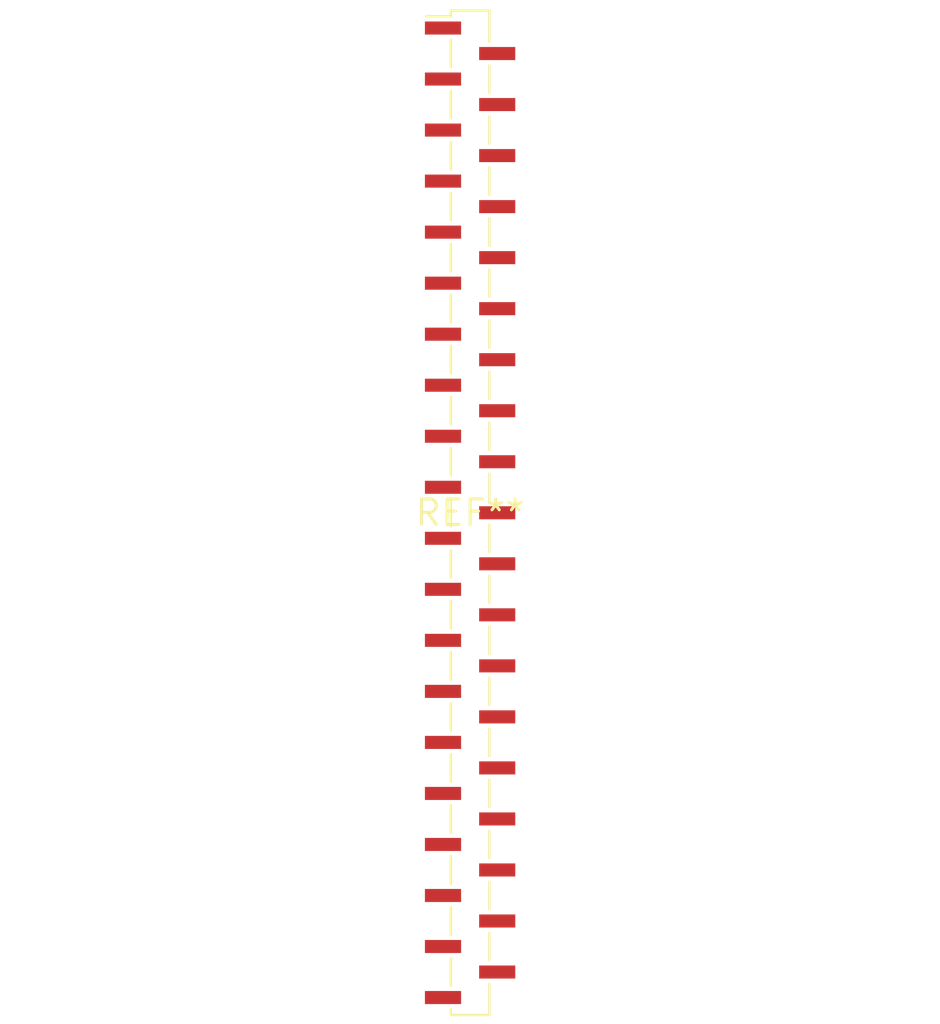
<source format=kicad_pcb>
(kicad_pcb (version 20240108) (generator pcbnew)
  (layers (0 "F.Cu" signal) (31 "B.Cu" signal) (34 "B.Paste" user) (35 "F.Paste" user) (36 "B.SilkS" user "B.Silkscreen") (37 "F.SilkS" user "F.Silkscreen") (38 "B.Mask" user) (39 "F.Mask" user) (44 "Edge.Cuts" user))
  (net 0 "")
  (footprint "PinSocket_1x39_P1.27mm_Vertical_SMD_Pin1Left" (layer "F.Cu") (at 0 0)
    (property "Reference" "REF**")
    (property "Value" "PinSocket_1x39_P1.27mm_Vertical_SMD_Pin1Left")
    (fp_line (start -2.19 -24.715) (end -0.96 -24.715) (layer "F.SilkS") (stroke (width 0.12)))
    (fp_line (start -0.96 -25) (end -0.96 -24.715) (layer "F.SilkS") (stroke (width 0.12)))
    (fp_line (start -0.96 -25) (end 0.96 -25) (layer "F.SilkS") (stroke (width 0.12)))
    (fp_line (start -0.96 -23.545) (end -0.96 -22.175) (layer "F.SilkS") (stroke (width 0.12)))
    (fp_line (start -0.96 -21.005) (end -0.96 -19.635) (layer "F.SilkS") (stroke (width 0.12)))
    (fp_line (start -0.96 -18.465) (end -0.96 -17.095) (layer "F.SilkS") (stroke (width 0.12)))
    (fp_line (start -0.96 -15.925) (end -0.96 -14.555) (layer "F.SilkS") (stroke (width 0.12)))
    (fp_line (start -0.96 -13.385) (end -0.96 -12.015) (layer "F.SilkS") (stroke (width 0.12)))
    (fp_line (start -0.96 -10.845) (end -0.96 -9.475) (layer "F.SilkS") (stroke (width 0.12)))
    (fp_line (start -0.96 -8.305) (end -0.96 -6.935) (layer "F.SilkS") (stroke (width 0.12)))
    (fp_line (start -0.96 -5.765) (end -0.96 -4.395) (layer "F.SilkS") (stroke (width 0.12)))
    (fp_line (start -0.96 -3.225) (end -0.96 -1.855) (layer "F.SilkS") (stroke (width 0.12)))
    (fp_line (start -0.96 -0.685) (end -0.96 0.685) (layer "F.SilkS") (stroke (width 0.12)))
    (fp_line (start -0.96 1.855) (end -0.96 3.225) (layer "F.SilkS") (stroke (width 0.12)))
    (fp_line (start -0.96 4.395) (end -0.96 5.765) (layer "F.SilkS") (stroke (width 0.12)))
    (fp_line (start -0.96 6.935) (end -0.96 8.305) (layer "F.SilkS") (stroke (width 0.12)))
    (fp_line (start -0.96 9.475) (end -0.96 10.845) (layer "F.SilkS") (stroke (width 0.12)))
    (fp_line (start -0.96 12.015) (end -0.96 13.385) (layer "F.SilkS") (stroke (width 0.12)))
    (fp_line (start -0.96 14.555) (end -0.96 15.925) (layer "F.SilkS") (stroke (width 0.12)))
    (fp_line (start -0.96 17.095) (end -0.96 18.465) (layer "F.SilkS") (stroke (width 0.12)))
    (fp_line (start -0.96 19.635) (end -0.96 21.005) (layer "F.SilkS") (stroke (width 0.12)))
    (fp_line (start -0.96 22.175) (end -0.96 23.545) (layer "F.SilkS") (stroke (width 0.12)))
    (fp_line (start -0.96 24.715) (end -0.96 25) (layer "F.SilkS") (stroke (width 0.12)))
    (fp_line (start -0.96 25) (end 0.96 25) (layer "F.SilkS") (stroke (width 0.12)))
    (fp_line (start 0.96 -25) (end 0.96 -23.445) (layer "F.SilkS") (stroke (width 0.12)))
    (fp_line (start 0.96 -22.275) (end 0.96 -20.905) (layer "F.SilkS") (stroke (width 0.12)))
    (fp_line (start 0.96 -19.735) (end 0.96 -18.365) (layer "F.SilkS") (stroke (width 0.12)))
    (fp_line (start 0.96 -17.195) (end 0.96 -15.825) (layer "F.SilkS") (stroke (width 0.12)))
    (fp_line (start 0.96 -14.655) (end 0.96 -13.285) (layer "F.SilkS") (stroke (width 0.12)))
    (fp_line (start 0.96 -12.115) (end 0.96 -10.745) (layer "F.SilkS") (stroke (width 0.12)))
    (fp_line (start 0.96 -9.575) (end 0.96 -8.205) (layer "F.SilkS") (stroke (width 0.12)))
    (fp_line (start 0.96 -7.035) (end 0.96 -5.665) (layer "F.SilkS") (stroke (width 0.12)))
    (fp_line (start 0.96 -4.495) (end 0.96 -3.125) (layer "F.SilkS") (stroke (width 0.12)))
    (fp_line (start 0.96 -1.955) (end 0.96 -0.585) (layer "F.SilkS") (stroke (width 0.12)))
    (fp_line (start 0.96 0.585) (end 0.96 1.955) (layer "F.SilkS") (stroke (width 0.12)))
    (fp_line (start 0.96 3.125) (end 0.96 4.495) (layer "F.SilkS") (stroke (width 0.12)))
    (fp_line (start 0.96 5.665) (end 0.96 7.035) (layer "F.SilkS") (stroke (width 0.12)))
    (fp_line (start 0.96 8.205) (end 0.96 9.575) (layer "F.SilkS") (stroke (width 0.12)))
    (fp_line (start 0.96 10.745) (end 0.96 12.115) (layer "F.SilkS") (stroke (width 0.12)))
    (fp_line (start 0.96 13.285) (end 0.96 14.655) (layer "F.SilkS") (stroke (width 0.12)))
    (fp_line (start 0.96 15.825) (end 0.96 17.195) (layer "F.SilkS") (stroke (width 0.12)))
    (fp_line (start 0.96 18.365) (end 0.96 19.735) (layer "F.SilkS") (stroke (width 0.12)))
    (fp_line (start 0.96 20.905) (end 0.96 22.275) (layer "F.SilkS") (stroke (width 0.12)))
    (fp_line (start 0.96 23.445) (end 0.96 25) (layer "F.SilkS") (stroke (width 0.12)))
    (pad "1" smd rect (at -1.35 -24.13) (size 1.8 0.65) (layers "F.Cu" "F.Paste" "F.Mask"))
    (pad "2" smd rect (at 1.35 -22.86) (size 1.8 0.65) (layers "F.Cu" "F.Paste" "F.Mask"))
    (pad "3" smd rect (at -1.35 -21.59) (size 1.8 0.65) (layers "F.Cu" "F.Paste" "F.Mask"))
    (pad "4" smd rect (at 1.35 -20.32) (size 1.8 0.65) (layers "F.Cu" "F.Paste" "F.Mask"))
    (pad "5" smd rect (at -1.35 -19.05) (size 1.8 0.65) (layers "F.Cu" "F.Paste" "F.Mask"))
    (pad "6" smd rect (at 1.35 -17.78) (size 1.8 0.65) (layers "F.Cu" "F.Paste" "F.Mask"))
    (pad "7" smd rect (at -1.35 -16.51) (size 1.8 0.65) (layers "F.Cu" "F.Paste" "F.Mask"))
    (pad "8" smd rect (at 1.35 -15.24) (size 1.8 0.65) (layers "F.Cu" "F.Paste" "F.Mask"))
    (pad "9" smd rect (at -1.35 -13.97) (size 1.8 0.65) (layers "F.Cu" "F.Paste" "F.Mask"))
    (pad "10" smd rect (at 1.35 -12.7) (size 1.8 0.65) (layers "F.Cu" "F.Paste" "F.Mask"))
    (pad "11" smd rect (at -1.35 -11.43) (size 1.8 0.65) (layers "F.Cu" "F.Paste" "F.Mask"))
    (pad "12" smd rect (at 1.35 -10.16) (size 1.8 0.65) (layers "F.Cu" "F.Paste" "F.Mask"))
    (pad "13" smd rect (at -1.35 -8.89) (size 1.8 0.65) (layers "F.Cu" "F.Paste" "F.Mask"))
    (pad "14" smd rect (at 1.35 -7.62) (size 1.8 0.65) (layers "F.Cu" "F.Paste" "F.Mask"))
    (pad "15" smd rect (at -1.35 -6.35) (size 1.8 0.65) (layers "F.Cu" "F.Paste" "F.Mask"))
    (pad "16" smd rect (at 1.35 -5.08) (size 1.8 0.65) (layers "F.Cu" "F.Paste" "F.Mask"))
    (pad "17" smd rect (at -1.35 -3.81) (size 1.8 0.65) (layers "F.Cu" "F.Paste" "F.Mask"))
    (pad "18" smd rect (at 1.35 -2.54) (size 1.8 0.65) (layers "F.Cu" "F.Paste" "F.Mask"))
    (pad "19" smd rect (at -1.35 -1.27) (size 1.8 0.65) (layers "F.Cu" "F.Paste" "F.Mask"))
    (pad "20" smd rect (at 1.35 0) (size 1.8 0.65) (layers "F.Cu" "F.Paste" "F.Mask"))
    (pad "21" smd rect (at -1.35 1.27) (size 1.8 0.65) (layers "F.Cu" "F.Paste" "F.Mask"))
    (pad "22" smd rect (at 1.35 2.54) (size 1.8 0.65) (layers "F.Cu" "F.Paste" "F.Mask"))
    (pad "23" smd rect (at -1.35 3.81) (size 1.8 0.65) (layers "F.Cu" "F.Paste" "F.Mask"))
    (pad "24" smd rect (at 1.35 5.08) (size 1.8 0.65) (layers "F.Cu" "F.Paste" "F.Mask"))
    (pad "25" smd rect (at -1.35 6.35) (size 1.8 0.65) (layers "F.Cu" "F.Paste" "F.Mask"))
    (pad "26" smd rect (at 1.35 7.62) (size 1.8 0.65) (layers "F.Cu" "F.Paste" "F.Mask"))
    (pad "27" smd rect (at -1.35 8.89) (size 1.8 0.65) (layers "F.Cu" "F.Paste" "F.Mask"))
    (pad "28" smd rect (at 1.35 10.16) (size 1.8 0.65) (layers "F.Cu" "F.Paste" "F.Mask"))
    (pad "29" smd rect (at -1.35 11.43) (size 1.8 0.65) (layers "F.Cu" "F.Paste" "F.Mask"))
    (pad "30" smd rect (at 1.35 12.7) (size 1.8 0.65) (layers "F.Cu" "F.Paste" "F.Mask"))
    (pad "31" smd rect (at -1.35 13.97) (size 1.8 0.65) (layers "F.Cu" "F.Paste" "F.Mask"))
    (pad "32" smd rect (at 1.35 15.24) (size 1.8 0.65) (layers "F.Cu" "F.Paste" "F.Mask"))
    (pad "33" smd rect (at -1.35 16.51) (size 1.8 0.65) (layers "F.Cu" "F.Paste" "F.Mask"))
    (pad "34" smd rect (at 1.35 17.78) (size 1.8 0.65) (layers "F.Cu" "F.Paste" "F.Mask"))
    (pad "35" smd rect (at -1.35 19.05) (size 1.8 0.65) (layers "F.Cu" "F.Paste" "F.Mask"))
    (pad "36" smd rect (at 1.35 20.32) (size 1.8 0.65) (layers "F.Cu" "F.Paste" "F.Mask"))
    (pad "37" smd rect (at -1.35 21.59) (size 1.8 0.65) (layers "F.Cu" "F.Paste" "F.Mask"))
    (pad "38" smd rect (at 1.35 22.86) (size 1.8 0.65) (layers "F.Cu" "F.Paste" "F.Mask"))
    (pad "39" smd rect (at -1.35 24.13) (size 1.8 0.65) (layers "F.Cu" "F.Paste" "F.Mask"))
  )
)
</source>
